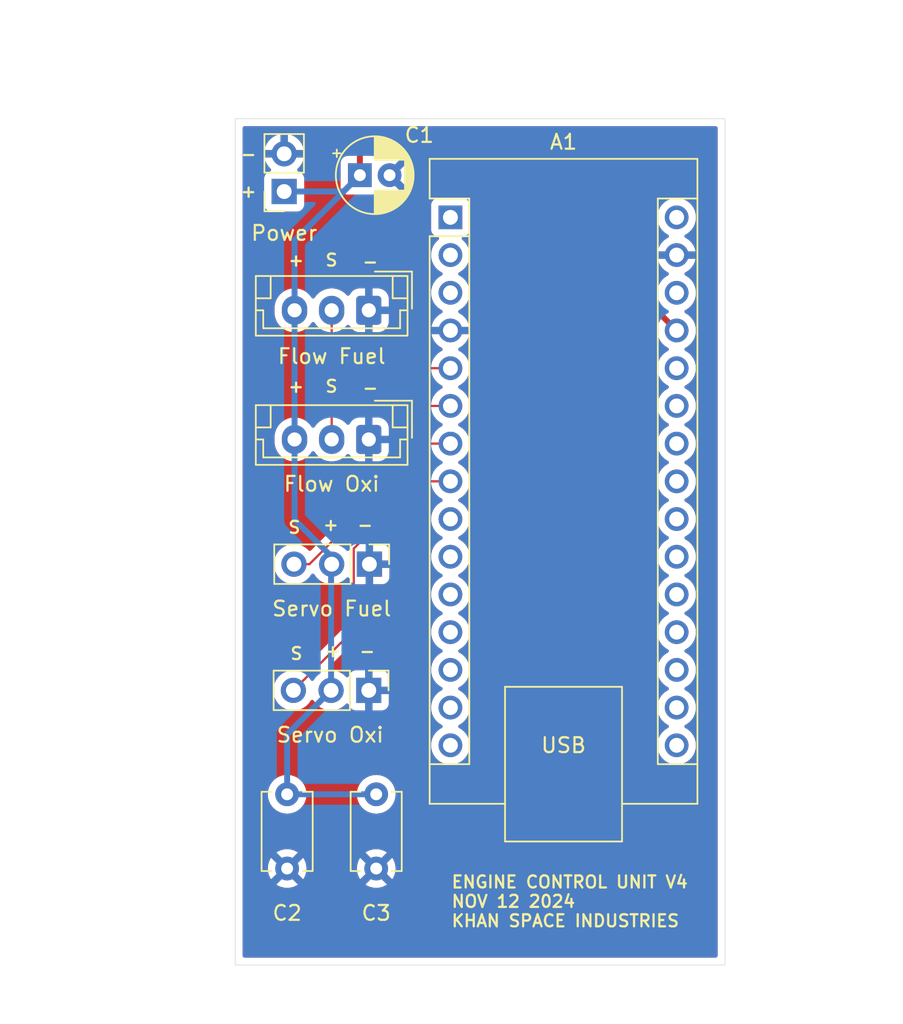
<source format=kicad_pcb>
(kicad_pcb (version 20240108) (generator "pcbnew") (generator_version "8.0")
  (layers (0 "F.Cu" signal "Front") (31 "B.Cu" signal "Back") (34 "B.Paste" user) (35 "F.Paste" user) (36 "B.SilkS" user "B.Silkscreen") (37 "F.SilkS" user "F.Silkscreen") (38 "B.Mask" user) (39 "F.Mask" user) (44 "Edge.Cuts" user))
  (net 0 "")
  (net 1 "GND")
  (net 5 "Net-(A1-D3)")
  (net 8 "Net-(A1-D4)")
  (net 13 "Net-(A1-D2)")
  (net 16 "Net-(A1-D5)")
  (net 29 "+5V")
  (footprint "Connector_PinHeader_2.54mm:PinHeader_1x03_P2.54mm_Vertical" (layer "F.Cu") (at 135.04 105 -90)
    (property "Reference" "Servo Fuel" (at 3 2.54 0) (layer "F.SilkS"))
    (property "Value" "Conn_01x03_Pin")
    (fp_line (start -1.33 6.41) (end 1.33 6.41) (stroke (width 0.12)) (layer "F.SilkS"))
    (fp_line (start -1.33 1.27) (end -1.33 6.41) (stroke (width 0.12)) (layer "F.SilkS"))
    (fp_line (start -1.33 1.27) (end 1.33 1.27) (stroke (width 0.12)) (layer "F.SilkS"))
    (fp_line (start 1.33 1.27) (end 1.33 6.41) (stroke (width 0.12)) (layer "F.SilkS"))
    (fp_line (start -1.33 0) (end -1.33 -1.33) (stroke (width 0.12)) (layer "F.SilkS"))
    (fp_line (start -1.33 -1.33) (end 0 -1.33) (stroke (width 0.12)) (layer "F.SilkS"))
    (pad "1" thru_hole rect (at 0 0 270) (size 1.7 1.7) (drill 1) (layers "*.Cu" "*.Mask") (net 1 "GND"))
    (pad "2" thru_hole oval (at 0 2.54 270) (size 1.7 1.7) (drill 1) (layers "*.Cu" "*.Mask") (net 29 "+5V"))
    (pad "3" thru_hole oval (at 0 5.08 270) (size 1.7 1.7) (drill 1) (layers "*.Cu" "*.Mask") (net 8 "Net-(A1-D4)"))
  )
  (footprint "Capacitor_THT:C_Disc_D5.1mm_W3.2mm_P5.00mm" (layer "F.Cu") (at 135.5 125.5 90)
    (property "Reference" "C3" (at -3 0 180) (layer "F.SilkS"))
    (property "Value" "100n")
    (fp_line (start 5.17 -1.721) (end 5.17 -1.055) (stroke (width 0.12)) (layer "F.SilkS"))
    (fp_line (start -0.17 -1.721) (end 5.17 -1.721) (stroke (width 0.12)) (layer "F.SilkS"))
    (fp_line (start -0.17 -1.721) (end -0.17 -1.055) (stroke (width 0.12)) (layer "F.SilkS"))
    (fp_line (start 5.17 1.055) (end 5.17 1.721) (stroke (width 0.12)) (layer "F.SilkS"))
    (fp_line (start -0.17 1.055) (end -0.17 1.721) (stroke (width 0.12)) (layer "F.SilkS"))
    (fp_line (start -0.17 1.721) (end 5.17 1.721) (stroke (width 0.12)) (layer "F.SilkS"))
    (pad "1" thru_hole circle (at 0 0 90) (size 1.6 1.6) (drill 0.8) (layers "*.Cu" "*.Mask") (net 1 "GND"))
    (pad "2" thru_hole circle (at 5 0 90) (size 1.6 1.6) (drill 0.8) (layers "*.Cu" "*.Mask") (net 29 "+5V"))
  )
  (footprint "Capacitor_THT:CP_Radial_D5.0mm_P2.00mm" (layer "F.Cu") (at 134.4 78.8)
    (property "Reference" "C1" (at 4 -2.7 0) (layer "F.SilkS"))
    (property "Value" "10n C_Polarized")
    (fp_line (start -1.804775 -1.475) (end -1.304775 -1.475) (stroke (width 0.12)) (layer "F.SilkS"))
    (fp_line (start -1.554775 -1.725) (end -1.554775 -1.225) (stroke (width 0.12)) (layer "F.SilkS"))
    (fp_line (start 1 -2.58) (end 1 -1.04) (stroke (width 0.12)) (layer "F.SilkS"))
    (fp_line (start 1 1.04) (end 1 2.58) (stroke (width 0.12)) (layer "F.SilkS"))
    (fp_line (start 1.04 -2.58) (end 1.04 -1.04) (stroke (width 0.12)) (layer "F.SilkS"))
    (fp_line (start 1.04 1.04) (end 1.04 2.58) (stroke (width 0.12)) (layer "F.SilkS"))
    (fp_line (start 1.08 -2.579) (end 1.08 -1.04) (stroke (width 0.12)) (layer "F.SilkS"))
    (fp_line (start 1.08 1.04) (end 1.08 2.579) (stroke (width 0.12)) (layer "F.SilkS"))
    (fp_line (start 1.12 -2.578) (end 1.12 -1.04) (stroke (width 0.12)) (layer "F.SilkS"))
    (fp_line (start 1.12 1.04) (end 1.12 2.578) (stroke (width 0.12)) (layer "F.SilkS"))
    (fp_line (start 1.16 -2.576) (end 1.16 -1.04) (stroke (width 0.12)) (layer "F.SilkS"))
    (fp_line (start 1.16 1.04) (end 1.16 2.576) (stroke (width 0.12)) (layer "F.SilkS"))
    (fp_line (start 1.2 -2.573) (end 1.2 -1.04) (stroke (width 0.12)) (layer "F.SilkS"))
    (fp_line (start 1.2 1.04) (end 1.2 2.573) (stroke (width 0.12)) (layer "F.SilkS"))
    (fp_line (start 1.24 -2.569) (end 1.24 -1.04) (stroke (width 0.12)) (layer "F.SilkS"))
    (fp_line (start 1.24 1.04) (end 1.24 2.569) (stroke (width 0.12)) (layer "F.SilkS"))
    (fp_line (start 1.28 -2.565) (end 1.28 -1.04) (stroke (width 0.12)) (layer "F.SilkS"))
    (fp_line (start 1.28 1.04) (end 1.28 2.565) (stroke (width 0.12)) (layer "F.SilkS"))
    (fp_line (start 1.32 -2.561) (end 1.32 -1.04) (stroke (width 0.12)) (layer "F.SilkS"))
    (fp_line (start 1.32 1.04) (end 1.32 2.561) (stroke (width 0.12)) (layer "F.SilkS"))
    (fp_line (start 1.36 -2.556) (end 1.36 -1.04) (stroke (width 0.12)) (layer "F.SilkS"))
    (fp_line (start 1.36 1.04) (end 1.36 2.556) (stroke (width 0.12)) (layer "F.SilkS"))
    (fp_line (start 1.4 -2.55) (end 1.4 -1.04) (stroke (width 0.12)) (layer "F.SilkS"))
    (fp_line (start 1.4 1.04) (end 1.4 2.55) (stroke (width 0.12)) (layer "F.SilkS"))
    (fp_line (start 1.44 -2.543) (end 1.44 -1.04) (stroke (width 0.12)) (layer "F.SilkS"))
    (fp_line (start 1.44 1.04) (end 1.44 2.543) (stroke (width 0.12)) (layer "F.SilkS"))
    (fp_line (start 1.48 -2.536) (end 1.48 -1.04) (stroke (width 0.12)) (layer "F.SilkS"))
    (fp_line (start 1.48 1.04) (end 1.48 2.536) (stroke (width 0.12)) (layer "F.SilkS"))
    (fp_line (start 1.52 -2.528) (end 1.52 -1.04) (stroke (width 0.12)) (layer "F.SilkS"))
    (fp_line (start 1.52 1.04) (end 1.52 2.528) (stroke (width 0.12)) (layer "F.SilkS"))
    (fp_line (start 1.56 -2.52) (end 1.56 -1.04) (stroke (width 0.12)) (layer "F.SilkS"))
    (fp_line (start 1.56 1.04) (end 1.56 2.52) (stroke (width 0.12)) (layer "F.SilkS"))
    (fp_line (start 1.6 -2.511) (end 1.6 -1.04) (stroke (width 0.12)) (layer "F.SilkS"))
    (fp_line (start 1.6 1.04) (end 1.6 2.511) (stroke (width 0.12)) (layer "F.SilkS"))
    (fp_line (start 1.64 -2.501) (end 1.64 -1.04) (stroke (width 0.12)) (layer "F.SilkS"))
    (fp_line (start 1.64 1.04) (end 1.64 2.501) (stroke (width 0.12)) (layer "F.SilkS"))
    (fp_line (start 1.68 -2.491) (end 1.68 -1.04) (stroke (width 0.12)) (layer "F.SilkS"))
    (fp_line (start 1.68 1.04) (end 1.68 2.491) (stroke (width 0.12)) (layer "F.SilkS"))
    (fp_line (start 1.721 -2.48) (end 1.721 -1.04) (stroke (width 0.12)) (layer "F.SilkS"))
    (fp_line (start 1.721 1.04) (end 1.721 2.48) (stroke (width 0.12)) (layer "F.SilkS"))
    (fp_line (start 1.761 -2.468) (end 1.761 -1.04) (stroke (width 0.12)) (layer "F.SilkS"))
    (fp_line (start 1.761 1.04) (end 1.761 2.468) (stroke (width 0.12)) (layer "F.SilkS"))
    (fp_line (start 1.801 -2.455) (end 1.801 -1.04) (stroke (width 0.12)) (layer "F.SilkS"))
    (fp_line (start 1.801 1.04) (end 1.801 2.455) (stroke (width 0.12)) (layer "F.SilkS"))
    (fp_line (start 1.841 -2.442) (end 1.841 -1.04) (stroke (width 0.12)) (layer "F.SilkS"))
    (fp_line (start 1.841 1.04) (end 1.841 2.442) (stroke (width 0.12)) (layer "F.SilkS"))
    (fp_line (start 1.881 -2.428) (end 1.881 -1.04) (stroke (width 0.12)) (layer "F.SilkS"))
    (fp_line (start 1.881 1.04) (end 1.881 2.428) (stroke (width 0.12)) (layer "F.SilkS"))
    (fp_line (start 1.921 -2.414) (end 1.921 -1.04) (stroke (width 0.12)) (layer "F.SilkS"))
    (fp_line (start 1.921 1.04) (end 1.921 2.414) (stroke (width 0.12)) (layer "F.SilkS"))
    (fp_line (start 1.961 -2.398) (end 1.961 -1.04) (stroke (width 0.12)) (layer "F.SilkS"))
    (fp_line (start 1.961 1.04) (end 1.961 2.398) (stroke (width 0.12)) (layer "F.SilkS"))
    (fp_line (start 2.001 -2.382) (end 2.001 -1.04) (stroke (width 0.12)) (layer "F.SilkS"))
    (fp_line (start 2.001 1.04) (end 2.001 2.382) (stroke (width 0.12)) (layer "F.SilkS"))
    (fp_line (start 2.041 -2.365) (end 2.041 -1.04) (stroke (width 0.12)) (layer "F.SilkS"))
    (fp_line (start 2.041 1.04) (end 2.041 2.365) (stroke (width 0.12)) (layer "F.SilkS"))
    (fp_line (start 2.081 -2.348) (end 2.081 -1.04) (stroke (width 0.12)) (layer "F.SilkS"))
    (fp_line (start 2.081 1.04) (end 2.081 2.348) (stroke (width 0.12)) (layer "F.SilkS"))
    (fp_line (start 2.121 -2.329) (end 2.121 -1.04) (stroke (width 0.12)) (layer "F.SilkS"))
    (fp_line (start 2.121 1.04) (end 2.121 2.329) (stroke (width 0.12)) (layer "F.SilkS"))
    (fp_line (start 2.161 -2.31) (end 2.161 -1.04) (stroke (width 0.12)) (layer "F.SilkS"))
    (fp_line (start 2.161 1.04) (end 2.161 2.31) (stroke (width 0.12)) (layer "F.SilkS"))
    (fp_line (start 2.201 -2.29) (end 2.201 -1.04) (stroke (width 0.12)) (layer "F.SilkS"))
    (fp_line (start 2.201 1.04) (end 2.201 2.29) (stroke (width 0.12)) (layer "F.SilkS"))
    (fp_line (start 2.241 -2.268) (end 2.241 -1.04) (stroke (width 0.12)) (layer "F.SilkS"))
    (fp_line (start 2.241 1.04) (end 2.241 2.268) (stroke (width 0.12)) (layer "F.SilkS"))
    (fp_line (start 2.281 -2.247) (end 2.281 -1.04) (stroke (width 0.12)) (layer "F.SilkS"))
    (fp_line (start 2.281 1.04) (end 2.281 2.247) (stroke (width 0.12)) (layer "F.SilkS"))
    (fp_line (start 2.321 -2.224) (end 2.321 -1.04) (stroke (width 0.12)) (layer "F.SilkS"))
    (fp_line (start 2.321 1.04) (end 2.321 2.224) (stroke (width 0.12)) (layer "F.SilkS"))
    (fp_line (start 2.361 -2.2) (end 2.361 -1.04) (stroke (width 0.12)) (layer "F.SilkS"))
    (fp_line (start 2.361 1.04) (end 2.361 2.2) (stroke (width 0.12)) (layer "F.SilkS"))
    (fp_line (start 2.401 -2.175) (end 2.401 -1.04) (stroke (width 0.12)) (layer "F.SilkS"))
    (fp_line (start 2.401 1.04) (end 2.401 2.175) (stroke (width 0.12)) (layer "F.SilkS"))
    (fp_line (start 2.441 -2.149) (end 2.441 -1.04) (stroke (width 0.12)) (layer "F.SilkS"))
    (fp_line (start 2.441 1.04) (end 2.441 2.149) (stroke (width 0.12)) (layer "F.SilkS"))
    (fp_line (start 2.481 -2.122) (end 2.481 -1.04) (stroke (width 0.12)) (layer "F.SilkS"))
    (fp_line (start 2.481 1.04) (end 2.481 2.122) (stroke (width 0.12)) (layer "F.SilkS"))
    (fp_line (start 2.521 -2.095) (end 2.521 -1.04) (stroke (width 0.12)) (layer "F.SilkS"))
    (fp_line (start 2.521 1.04) (end 2.521 2.095) (stroke (width 0.12)) (layer "F.SilkS"))
    (fp_line (start 2.561 -2.065) (end 2.561 -1.04) (stroke (width 0.12)) (layer "F.SilkS"))
    (fp_line (start 2.561 1.04) (end 2.561 2.065) (stroke (width 0.12)) (layer "F.SilkS"))
    (fp_line (start 2.601 -2.035) (end 2.601 -1.04) (stroke (width 0.12)) (layer "F.SilkS"))
    (fp_line (start 2.601 1.04) (end 2.601 2.035) (stroke (width 0.12)) (layer "F.SilkS"))
    (fp_line (start 2.641 -2.004) (end 2.641 -1.04) (stroke (width 0.12)) (layer "F.SilkS"))
    (fp_line (start 2.641 1.04) (end 2.641 2.004) (stroke (width 0.12)) (layer "F.SilkS"))
    (fp_line (start 2.681 -1.971) (end 2.681 -1.04) (stroke (width 0.12)) (layer "F.SilkS"))
    (fp_line (start 2.681 1.04) (end 2.681 1.971) (stroke (width 0.12)) (layer "F.SilkS"))
    (fp_line (start 2.721 -1.937) (end 2.721 -1.04) (stroke (width 0.12)) (layer "F.SilkS"))
    (fp_line (start 2.721 1.04) (end 2.721 1.937) (stroke (width 0.12)) (layer "F.SilkS"))
    (fp_line (start 2.761 -1.901) (end 2.761 -1.04) (stroke (width 0.12)) (layer "F.SilkS"))
    (fp_line (start 2.761 1.04) (end 2.761 1.901) (stroke (width 0.12)) (layer "F.SilkS"))
    (fp_line (start 2.801 -1.864) (end 2.801 -1.04) (stroke (width 0.12)) (layer "F.SilkS"))
    (fp_line (start 2.801 1.04) (end 2.801 1.864) (stroke (width 0.12)) (layer "F.SilkS"))
    (fp_line (start 2.841 -1.826) (end 2.841 -1.04) (stroke (width 0.12)) (layer "F.SilkS"))
    (fp_line (start 2.841 1.04) (end 2.841 1.826) (stroke (width 0.12)) (layer "F.SilkS"))
    (fp_line (start 2.881 -1.785) (end 2.881 -1.04) (stroke (width 0.12)) (layer "F.SilkS"))
    (fp_line (start 2.881 1.04) (end 2.881 1.785) (stroke (width 0.12)) (layer "F.SilkS"))
    (fp_line (start 2.921 -1.743) (end 2.921 -1.04) (stroke (width 0.12)) (layer "F.SilkS"))
    (fp_line (start 2.921 1.04) (end 2.921 1.743) (stroke (width 0.12)) (layer "F.SilkS"))
    (fp_line (start 2.961 -1.699) (end 2.961 -1.04) (stroke (width 0.12)) (layer "F.SilkS"))
    (fp_line (start 2.961 1.04) (end 2.961 1.699) (stroke (width 0.12)) (layer "F.SilkS"))
    (fp_line (start 3.001 -1.653) (end 3.001 -1.04) (stroke (width 0.12)) (layer "F.SilkS"))
    (fp_line (start 3.001 1.04) (end 3.001 1.653) (stroke (width 0.12)) (layer "F.SilkS"))
    (fp_line (start 3.041 -1.605) (end 3.041 1.605) (stroke (width 0.12)) (layer "F.SilkS"))
    (fp_line (start 3.081 -1.554) (end 3.081 1.554) (stroke (width 0.12)) (layer "F.SilkS"))
    (fp_line (start 3.121 -1.5) (end 3.121 1.5) (stroke (width 0.12)) (layer "F.SilkS"))
    (fp_line (start 3.161 -1.443) (end 3.161 1.443) (stroke (width 0.12)) (layer "F.SilkS"))
    (fp_line (start 3.201 -1.383) (end 3.201 1.383) (stroke (width 0.12)) (layer "F.SilkS"))
    (fp_line (start 3.241 -1.319) (end 3.241 1.319) (stroke (width 0.12)) (layer "F.SilkS"))
    (fp_line (start 3.281 -1.251) (end 3.281 1.251) (stroke (width 0.12)) (layer "F.SilkS"))
    (fp_line (start 3.321 -1.178) (end 3.321 1.178) (stroke (width 0.12)) (layer "F.SilkS"))
    (fp_line (start 3.361 -1.098) (end 3.361 1.098) (stroke (width 0.12)) (layer "F.SilkS"))
    (fp_line (start 3.401 -1.011) (end 3.401 1.011) (stroke (width 0.12)) (layer "F.SilkS"))
    (fp_line (start 3.441 -0.915) (end 3.441 0.915) (stroke (width 0.12)) (layer "F.SilkS"))
    (fp_line (start 3.481 -0.805) (end 3.481 0.805) (stroke (width 0.12)) (layer "F.SilkS"))
    (fp_line (start 3.521 -0.677) (end 3.521 0.677) (stroke (width 0.12)) (layer "F.SilkS"))
    (fp_line (start 3.561 -0.518) (end 3.561 0.518) (stroke (width 0.12)) (layer "F.SilkS"))
    (fp_line (start 3.601 -0.284) (end 3.601 0.284) (stroke (width 0.12)) (layer "F.SilkS"))
    (fp_circle (center 1 0) (end 3.62 0) (stroke (width 0.12)) (fill none) (layer "F.SilkS"))
    (pad "1" thru_hole rect (at 0 0) (size 1.6 1.6) (drill 0.8) (layers "*.Cu" "*.Mask") (net 29 "+5V"))
    (pad "2" thru_hole circle (at 2 0) (size 1.6 1.6) (drill 0.8) (layers "*.Cu" "*.Mask") (net 1 "GND"))
  )
  (footprint "Connector_JST:JST_EH_B3B-EH-A_1x03_P2.50mm_Vertical" (layer "F.Cu") (at 135 87.9 180)
    (property "Reference" "Flow Fuel" (at 2.5 -3.1 0) (layer "F.SilkS"))
    (property "Value" "Conn_01x03_Pin")
    (fp_line (start 7.61 2.31) (end 7.61 -1.71) (stroke (width 0.12)) (layer "F.SilkS"))
    (fp_line (start 7.61 0.81) (end 6.61 0.81) (stroke (width 0.12)) (layer "F.SilkS"))
    (fp_line (start 7.61 -1.71) (end -2.61 -1.71) (stroke (width 0.12)) (layer "F.SilkS"))
    (fp_line (start 7.11 0) (end 7.61 0) (stroke (width 0.12)) (layer "F.SilkS"))
    (fp_line (start 7.11 -1.21) (end 7.11 0) (stroke (width 0.12)) (layer "F.SilkS"))
    (fp_line (start 6.61 0.81) (end 6.61 2.31) (stroke (width 0.12)) (layer "F.SilkS"))
    (fp_line (start -1.61 0.81) (end -1.61 2.31) (stroke (width 0.12)) (layer "F.SilkS"))
    (fp_line (start -2.11 0) (end -2.11 -1.21) (stroke (width 0.12)) (layer "F.SilkS"))
    (fp_line (start -2.11 -1.21) (end 7.11 -1.21) (stroke (width 0.12)) (layer "F.SilkS"))
    (fp_line (start -2.61 2.31) (end 7.61 2.31) (stroke (width 0.12)) (layer "F.SilkS"))
    (fp_line (start -2.61 0.81) (end -1.61 0.81) (stroke (width 0.12)) (layer "F.SilkS"))
    (fp_line (start -2.61 0) (end -2.11 0) (stroke (width 0.12)) (layer "F.SilkS"))
    (fp_line (start -2.61 -1.71) (end -2.61 2.31) (stroke (width 0.12)) (layer "F.SilkS"))
    (fp_line (start -2.91 2.61) (end -0.41 2.61) (stroke (width 0.12)) (layer "F.SilkS"))
    (fp_line (start -2.91 0.11) (end -2.91 2.61) (stroke (width 0.12)) (layer "F.SilkS"))
    (pad "1" thru_hole roundrect (at 0 0 180) (size 1.7 1.95) (drill 0.95) (layers "*.Cu" "*.Mask") (roundrect_rratio 0.147059) (net 1 "GND"))
    (pad "2" thru_hole oval (at 2.5 0 180) (size 1.7 1.95) (drill 0.95) (layers "*.Cu" "*.Mask") (net 13 "Net-(A1-D2)"))
    (pad "3" thru_hole oval (at 5 0 180) (size 1.7 1.95) (drill 0.95) (layers "*.Cu" "*.Mask") (net 29 "+5V"))
  )
  (footprint "Capacitor_THT:C_Disc_D5.1mm_W3.2mm_P5.00mm" (layer "F.Cu") (at 129.5 125.5 90)
    (property "Reference" "C2" (at -3 0 180) (layer "F.SilkS"))
    (property "Value" "100n")
    (fp_line (start 5.17 -1.721) (end 5.17 -1.055) (stroke (width 0.12)) (layer "F.SilkS"))
    (fp_line (start -0.17 -1.721) (end 5.17 -1.721) (stroke (width 0.12)) (layer "F.SilkS"))
    (fp_line (start -0.17 -1.721) (end -0.17 -1.055) (stroke (width 0.12)) (layer "F.SilkS"))
    (fp_line (start 5.17 1.055) (end 5.17 1.721) (stroke (width 0.12)) (layer "F.SilkS"))
    (fp_line (start -0.17 1.055) (end -0.17 1.721) (stroke (width 0.12)) (layer "F.SilkS"))
    (fp_line (start -0.17 1.721) (end 5.17 1.721) (stroke (width 0.12)) (layer "F.SilkS"))
    (pad "1" thru_hole circle (at 0 0 90) (size 1.6 1.6) (drill 0.8) (layers "*.Cu" "*.Mask") (net 1 "GND"))
    (pad "2" thru_hole circle (at 5 0 90) (size 1.6 1.6) (drill 0.8) (layers "*.Cu" "*.Mask") (net 29 "+5V"))
  )
  (footprint "Connector_PinHeader_2.54mm:PinHeader_1x03_P2.54mm_Vertical" (layer "F.Cu") (at 135 113.5 -90)
    (property "Reference" "Servo Oxi" (at 3 2.6 0) (layer "F.SilkS"))
    (property "Value" "Conn_01x03_Pin")
    (fp_line (start -1.33 6.41) (end 1.33 6.41) (stroke (width 0.12)) (layer "F.SilkS"))
    (fp_line (start -1.33 1.27) (end -1.33 6.41) (stroke (width 0.12)) (layer "F.SilkS"))
    (fp_line (start -1.33 1.27) (end 1.33 1.27) (stroke (width 0.12)) (layer "F.SilkS"))
    (fp_line (start 1.33 1.27) (end 1.33 6.41) (stroke (width 0.12)) (layer "F.SilkS"))
    (fp_line (start -1.33 0) (end -1.33 -1.33) (stroke (width 0.12)) (layer "F.SilkS"))
    (fp_line (start -1.33 -1.33) (end 0 -1.33) (stroke (width 0.12)) (layer "F.SilkS"))
    (pad "1" thru_hole rect (at 0 0 270) (size 1.7 1.7) (drill 1) (layers "*.Cu" "*.Mask") (net 1 "GND"))
    (pad "2" thru_hole oval (at 0 2.54 270) (size 1.7 1.7) (drill 1) (layers "*.Cu" "*.Mask") (net 29 "+5V"))
    (pad "3" thru_hole oval (at 0 5.08 270) (size 1.7 1.7) (drill 1) (layers "*.Cu" "*.Mask") (net 16 "Net-(A1-D5)"))
  )
  (footprint "Connector_JST:JST_EH_B3B-EH-A_1x03_P2.50mm_Vertical" (layer "F.Cu") (at 135 96.6 180)
    (property "Reference" "Flow Oxi" (at 2.5 -3 0) (layer "F.SilkS"))
    (property "Value" "Conn_01x03_Pin")
    (fp_line (start 7.61 2.31) (end 7.61 -1.71) (stroke (width 0.12)) (layer "F.SilkS"))
    (fp_line (start 7.61 0.81) (end 6.61 0.81) (stroke (width 0.12)) (layer "F.SilkS"))
    (fp_line (start 7.61 -1.71) (end -2.61 -1.71) (stroke (width 0.12)) (layer "F.SilkS"))
    (fp_line (start 7.11 0) (end 7.61 0) (stroke (width 0.12)) (layer "F.SilkS"))
    (fp_line (start 7.11 -1.21) (end 7.11 0) (stroke (width 0.12)) (layer "F.SilkS"))
    (fp_line (start 6.61 0.81) (end 6.61 2.31) (stroke (width 0.12)) (layer "F.SilkS"))
    (fp_line (start -1.61 0.81) (end -1.61 2.31) (stroke (width 0.12)) (layer "F.SilkS"))
    (fp_line (start -2.11 0) (end -2.11 -1.21) (stroke (width 0.12)) (layer "F.SilkS"))
    (fp_line (start -2.11 -1.21) (end 7.11 -1.21) (stroke (width 0.12)) (layer "F.SilkS"))
    (fp_line (start -2.61 2.31) (end 7.61 2.31) (stroke (width 0.12)) (layer "F.SilkS"))
    (fp_line (start -2.61 0.81) (end -1.61 0.81) (stroke (width 0.12)) (layer "F.SilkS"))
    (fp_line (start -2.61 0) (end -2.11 0) (stroke (width 0.12)) (layer "F.SilkS"))
    (fp_line (start -2.61 -1.71) (end -2.61 2.31) (stroke (width 0.12)) (layer "F.SilkS"))
    (fp_line (start -2.91 2.61) (end -0.41 2.61) (stroke (width 0.12)) (layer "F.SilkS"))
    (fp_line (start -2.91 0.11) (end -2.91 2.61) (stroke (width 0.12)) (layer "F.SilkS"))
    (pad "1" thru_hole roundrect (at 0 0 180) (size 1.7 1.95) (drill 0.95) (layers "*.Cu" "*.Mask") (roundrect_rratio 0.147059) (net 1 "GND"))
    (pad "2" thru_hole oval (at 2.5 0 180) (size 1.7 1.95) (drill 0.95) (layers "*.Cu" "*.Mask") (net 5 "Net-(A1-D3)"))
    (pad "3" thru_hole oval (at 5 0 180) (size 1.7 1.95) (drill 0.95) (layers "*.Cu" "*.Mask") (net 29 "+5V"))
  )
  (footprint "Module:Arduino_Nano" (layer "F.Cu") (at 140.5 81.64)
    (property "Reference" "A1" (at 7.62 -5.08 0) (layer "F.SilkS"))
    (property "Value" "Arduino_Nano_v3.x")
    (fp_line (start -1.4 -3.94) (end -1.4 -1.27) (stroke (width 0.12)) (layer "F.SilkS"))
    (fp_line (start -1.4 1.27) (end -1.4 39.5) (stroke (width 0.12)) (layer "F.SilkS"))
    (fp_line (start -1.4 39.5) (end 3.68 39.5) (stroke (width 0.12)) (layer "F.SilkS"))
    (fp_line (start 1.27 -1.27) (end -1.4 -1.27) (stroke (width 0.12)) (layer "F.SilkS"))
    (fp_line (start 1.27 1.27) (end -1.4 1.27) (stroke (width 0.12)) (layer "F.SilkS"))
    (fp_line (start 1.27 1.27) (end 1.27 -1.27) (stroke (width 0.12)) (layer "F.SilkS"))
    (fp_line (start 1.27 1.27) (end 1.27 36.83) (stroke (width 0.12)) (layer "F.SilkS"))
    (fp_line (start 1.27 36.83) (end -1.4 36.83) (stroke (width 0.12)) (layer "F.SilkS"))
    (fp_line (start 3.68 31.62) (end 11.56 31.62) (stroke (width 0.12)) (layer "F.SilkS"))
    (fp_line (start 3.68 42.04) (end 3.68 31.62) (stroke (width 0.12)) (layer "F.SilkS"))
    (fp_line (start 11.56 31.62) (end 11.56 42.04) (stroke (width 0.12)) (layer "F.SilkS"))
    (fp_line (start 11.56 42.04) (end 3.68 42.04) (stroke (width 0.12)) (layer "F.SilkS"))
    (fp_line (start 13.97 -1.27) (end 13.97 36.83) (stroke (width 0.12)) (layer "F.SilkS"))
    (fp_line (start 13.97 -1.27) (end 16.64 -1.27) (stroke (width 0.12)) (layer "F.SilkS"))
    (fp_line (start 13.97 36.83) (end 16.64 36.83) (stroke (width 0.12)) (layer "F.SilkS"))
    (fp_line (start 16.64 -3.94) (end -1.4 -3.94) (stroke (width 0.12)) (layer "F.SilkS"))
    (fp_line (start 16.64 39.5) (end 11.56 39.5) (stroke (width 0.12)) (layer "F.SilkS"))
    (fp_line (start 16.64 39.5) (end 16.64 -3.94) (stroke (width 0.12)) (layer "F.SilkS"))
    (fp_text user "USB" (at 7.62 35.56 0) (layer "F.SilkS"))
    (pad "1" thru_hole rect (at 0 0) (size 1.6 1.6) (drill 1) (layers "*.Cu" "*.Mask"))
    (pad "2" thru_hole oval (at 0 2.54) (size 1.6 1.6) (drill 1) (layers "*.Cu" "*.Mask"))
    (pad "3" thru_hole oval (at 0 5.08) (size 1.6 1.6) (drill 1) (layers "*.Cu" "*.Mask"))
    (pad "4" thru_hole oval (at 0 7.62) (size 1.6 1.6) (drill 1) (layers "*.Cu" "*.Mask") (net 1 "GND"))
    (pad "5" thru_hole oval (at 0 10.16) (size 1.6 1.6) (drill 1) (layers "*.Cu" "*.Mask") (net 13 "Net-(A1-D2)"))
    (pad "6" thru_hole oval (at 0 12.7) (size 1.6 1.6) (drill 1) (layers "*.Cu" "*.Mask") (net 5 "Net-(A1-D3)"))
    (pad "7" thru_hole oval (at 0 15.24) (size 1.6 1.6) (drill 1) (layers "*.Cu" "*.Mask") (net 8 "Net-(A1-D4)"))
    (pad "8" thru_hole oval (at 0 17.78) (size 1.6 1.6) (drill 1) (layers "*.Cu" "*.Mask") (net 16 "Net-(A1-D5)"))
    (pad "9" thru_hole oval (at 0 20.32) (size 1.6 1.6) (drill 1) (layers "*.Cu" "*.Mask"))
    (pad "10" thru_hole oval (at 0 22.86) (size 1.6 1.6) (drill 1) (layers "*.Cu" "*.Mask"))
    (pad "11" thru_hole oval (at 0 25.4) (size 1.6 1.6) (drill 1) (layers "*.Cu" "*.Mask"))
    (pad "12" thru_hole oval (at 0 27.94) (size 1.6 1.6) (drill 1) (layers "*.Cu" "*.Mask"))
    (pad "13" thru_hole oval (at 0 30.48) (size 1.6 1.6) (drill 1) (layers "*.Cu" "*.Mask"))
    (pad "14" thru_hole oval (at 0 33.02) (size 1.6 1.6) (drill 1) (layers "*.Cu" "*.Mask"))
    (pad "15" thru_hole oval (at 0 35.56) (size 1.6 1.6) (drill 1) (layers "*.Cu" "*.Mask"))
    (pad "16" thru_hole oval (at 15.24 35.56) (size 1.6 1.6) (drill 1) (layers "*.Cu" "*.Mask"))
    (pad "17" thru_hole oval (at 15.24 33.02) (size 1.6 1.6) (drill 1) (layers "*.Cu" "*.Mask"))
    (pad "18" thru_hole oval (at 15.24 30.48) (size 1.6 1.6) (drill 1) (layers "*.Cu" "*.Mask"))
    (pad "19" thru_hole oval (at 15.24 27.94) (size 1.6 1.6) (drill 1) (layers "*.Cu" "*.Mask"))
    (pad "20" thru_hole oval (at 15.24 25.4) (size 1.6 1.6) (drill 1) (layers "*.Cu" "*.Mask"))
    (pad "21" thru_hole oval (at 15.24 22.86) (size 1.6 1.6) (drill 1) (layers "*.Cu" "*.Mask"))
    (pad "22" thru_hole oval (at 15.24 20.32) (size 1.6 1.6) (drill 1) (layers "*.Cu" "*.Mask"))
    (pad "23" thru_hole oval (at 15.24 17.78) (size 1.6 1.6) (drill 1) (layers "*.Cu" "*.Mask"))
    (pad "24" thru_hole oval (at 15.24 15.24) (size 1.6 1.6) (drill 1) (layers "*.Cu" "*.Mask"))
    (pad "25" thru_hole oval (at 15.24 12.7) (size 1.6 1.6) (drill 1) (layers "*.Cu" "*.Mask"))
    (pad "26" thru_hole oval (at 15.24 10.16) (size 1.6 1.6) (drill 1) (layers "*.Cu" "*.Mask"))
    (pad "27" thru_hole oval (at 15.24 7.62) (size 1.6 1.6) (drill 1) (layers "*.Cu" "*.Mask") (net 29 "+5V"))
    (pad "28" thru_hole oval (at 15.24 5.08) (size 1.6 1.6) (drill 1) (layers "*.Cu" "*.Mask"))
    (pad "29" thru_hole oval (at 15.24 2.54) (size 1.6 1.6) (drill 1) (layers "*.Cu" "*.Mask") (net 1 "GND"))
    (pad "30" thru_hole oval (at 15.24 0) (size 1.6 1.6) (drill 1) (layers "*.Cu" "*.Mask"))
  )
  (footprint "Connector_PinSocket_2.54mm:PinSocket_1x02_P2.54mm_Vertical" (layer "F.Cu") (at 129.3 79.9 180)
    (property "Reference" "Power" (at 0 -2.8 0) (layer "F.SilkS"))
    (property "Value" "Conn_01x02_Socket")
    (fp_line (start 1.33 1.27) (end 1.33 3.87) (stroke (width 0.12)) (layer "F.SilkS"))
    (fp_line (start 1.33 -1.33) (end 1.33 0) (stroke (width 0.12)) (layer "F.SilkS"))
    (fp_line (start 0 -1.33) (end 1.33 -1.33) (stroke (width 0.12)) (layer "F.SilkS"))
    (fp_line (start -1.33 3.87) (end 1.33 3.87) (stroke (width 0.12)) (layer "F.SilkS"))
    (fp_line (start -1.33 1.27) (end 1.33 1.27) (stroke (width 0.12)) (layer "F.SilkS"))
    (fp_line (start -1.33 1.27) (end -1.33 3.87) (stroke (width 0.12)) (layer "F.SilkS"))
    (pad "1" thru_hole rect (at 0 0 180) (size 1.7 1.7) (drill 1) (layers "*.Cu" "*.Mask") (net 29 "+5V"))
    (pad "2" thru_hole oval (at 0 2.54 180) (size 1.7 1.7) (drill 1) (layers "*.Cu" "*.Mask") (net 1 "GND"))
  )
  (gr_line (start 126 75) (end 159 75) (stroke (width 0.0381)) (layer "Edge.Cuts"))
  (gr_line (start 126 132) (end 126 75) (stroke (width 0.0381)) (layer "Edge.Cuts"))
  (gr_line (start 159 75) (end 159 132) (stroke (width 0.0381)) (layer "Edge.Cuts"))
  (gr_line (start 159 132) (end 126 132) (stroke (width 0.0381)) (layer "Edge.Cuts"))
  (gr_text "-" (at 134.5 85.1 0) (layer "F.SilkS") (effects (font (size 0.8128 0.8128) (thickness 0.1524) (bold yes)) (justify left bottom)))
  (gr_text "+" (at 133 111.5 90) (layer "F.SilkS") (effects (font (size 0.8128 0.8128) (thickness 0.1524) (bold yes)) (justify left bottom)))
  (gr_text "S" (at 129.64 111.5 0) (layer "F.SilkS") (effects (font (size 0.8128 0.8128) (thickness 0.1524) (bold yes)) (justify left bottom)))
  (gr_text "+" (at 129.5 93.5 0) (layer "F.SilkS") (effects (font (size 0.8128 0.8128) (thickness 0.1524) (bold yes)) (justify left bottom)))
  (gr_text "-" (at 126.3 77.86 0) (layer "F.SilkS") (effects (font (size 0.8128 0.8128) (thickness 0.1524) (bold yes)) (justify left bottom)))
  (gr_text "-" (at 134.5 93.6 0) (layer "F.SilkS") (effects (font (size 0.8128 0.8128) (thickness 0.1524) (bold yes)) (justify left bottom)))
  (gr_text "S" (at 132 85 0) (layer "F.SilkS") (effects (font (size 0.8128 0.8128) (thickness 0.1524) (bold yes)) (justify left bottom)))
  (gr_text "S" (at 132 93.5 0) (layer "F.SilkS") (effects (font (size 0.8128 0.8128) (thickness 0.1524) (bold yes)) (justify left bottom)))
  (gr_text "S" (at 129.5 103 0) (layer "F.SilkS") (effects (font (size 0.8128 0.8128) (thickness 0.1524) (bold yes)) (justify left bottom)))
  (gr_text "+" (at 132.86 103 90) (layer "F.SilkS") (effects (font (size 0.8128 0.8128) (thickness 0.1524) (bold yes)) (justify left bottom)))
  (gr_text "-" (at 135.36 102 180) (layer "F.SilkS") (effects (font (size 0.8128 0.8128) (thickness 0.1524) (bold yes)) (justify left bottom)))
  (gr_text "+" (at 126.3 80.36 0) (layer "F.SilkS") (effects (font (size 0.8128 0.8128) (thickness 0.1524) (bold yes)) (justify left bottom)))
  (gr_text "+" (at 129.5 85 0) (layer "F.SilkS") (effects (font (size 0.8128 0.8128) (thickness 0.1524) (bold yes)) (justify left bottom)))
  (gr_text "ENGINE CONTROL UNIT V4\nNOV 12 2024\nKHAN SPACE INDUSTRIES" (at 140.5 129.5 0) (layer "F.SilkS") (effects (font (size 0.8128 0.8128) (thickness 0.1524) (bold yes)) (justify left bottom)))
  (gr_text "-" (at 135.5 110.5 180) (layer "F.SilkS") (effects (font (size 0.8128 0.8128) (thickness 0.1524) (bold yes)) (justify left bottom)))
  (segment (start 132.5 96.6) (end 132.5 95) (width 0.15) (layer "F.Cu") (net 5))
  (segment (start 132.5 95) (end 133.16 94.34) (width 0.15) (layer "F.Cu") (net 5))
  (segment (start 133.16 94.34) (end 140.5 94.34) (width 0.15) (layer "F.Cu") (net 5))
  (segment (start 139.12 96.88) (end 140.5 96.88) (width 0.15) (layer "F.Cu") (net 8))
  (segment (start 129.96 105) (end 131 105) (width 0.15) (layer "F.Cu") (net 8))
  (segment (start 131 105) (end 139.12 96.88) (width 0.15) (layer "F.Cu") (net 8))
  (segment (start 132.5 87.9) (end 132.5 90) (width 0.15) (layer "F.Cu") (net 13))
  (segment (start 134.3 91.8) (end 140.5 91.8) (width 0.15) (layer "F.Cu") (net 13))
  (segment (start 132.5 90) (end 134.3 91.8) (width 0.15) (layer "F.Cu") (net 13))
  (segment (start 133.988 103.948) (end 138.516 99.42) (width 0.15) (layer "F.Cu") (net 16))
  (segment (start 138.516 99.42) (end 140.5 99.42) (width 0.15) (layer "F.Cu") (net 16))
  (segment (start 133.988 109.432) (end 133.988 103.948) (width 0.15) (layer "F.Cu") (net 16))
  (segment (start 129.92 113.5) (end 133.988 109.432) (width 0.15) (layer "F.Cu") (net 16))
  (segment (start 139.83 99.42) (end 140.5 99.42) (width 0.127) (layer "B.Cu") (net 16))
  (segment (start 134.4 77.1) (end 135 76.5) (width 0.4) (layer "F.Cu") (net 29))
  (segment (start 135 76.5) (end 142.98 76.5) (width 0.4) (layer "F.Cu") (net 29))
  (segment (start 142.98 76.5) (end 155.74 89.26) (width 0.4) (layer "F.Cu") (net 29))
  (segment (start 134.4 78.8) (end 134.4 77.1) (width 0.4) (layer "F.Cu") (net 29))
  (segment (start 130 96.6) (end 130 87.9) (width 0.4) (layer "B.Cu") (net 29))
  (segment (start 132.46 113.5) (end 132.46 105.04) (width 0.4) (layer "B.Cu") (net 29))
  (segment (start 132.5 104.5) (end 130 102) (width 0.4) (layer "B.Cu") (net 29))
  (segment (start 130 102) (end 130 96.6) (width 0.4) (layer "B.Cu") (net 29))
  (segment (start 129.5 120.5) (end 135.5 120.5) (width 0.4) (layer "B.Cu") (net 29))
  (segment (start 133.3 79.9) (end 129.3 79.9) (width 0.4) (layer "B.Cu") (net 29))
  (segment (start 129.5 120.5) (end 129.5 116.46) (width 0.4) (layer "B.Cu") (net 29))
  (segment (start 130 83.2) (end 134.4 78.8) (width 0.4) (layer "B.Cu") (net 29))
  (segment (start 129.5 116.46) (end 132.46 113.5) (width 0.4) (layer "B.Cu") (net 29))
  (segment (start 132.46 105.04) (end 132.5 105) (width 0.4) (layer "B.Cu") (net 29))
  (segment (start 134.4 78.8) (end 133.3 79.9) (width 0.4) (layer "B.Cu") (net 29))
  (segment (start 132.5 105) (end 132.5 104.5) (width 0.4) (layer "B.Cu") (net 29))
  (segment (start 130 87.9) (end 130 83.2) (width 0.4) (layer "B.Cu") (net 29))
  (zone (net 1) (net_name "GND") (layers "F&B.Cu") (connect_pads (clearance 0.5)) (min_thickness 0.25) (fill yes (thermal_gap 0.5) (thermal_bridge_width 0.5))
    (polygon (pts (xy 119 67) (xy 119 136) (xy 171 136) (xy 171 67)))
  )
)
</source>
